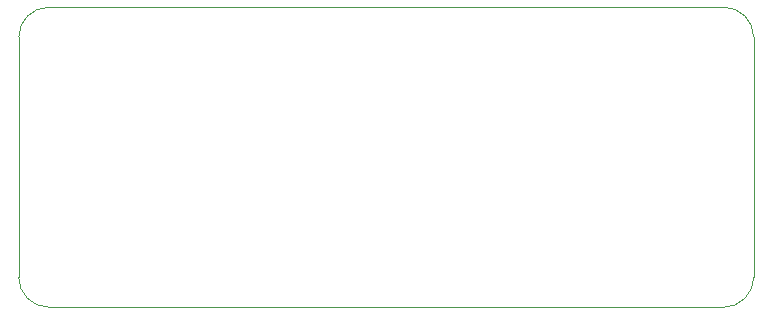
<source format=gbr>
G04 #@! TF.GenerationSoftware,KiCad,Pcbnew,(5.1.2)-2*
G04 #@! TF.CreationDate,2019-10-21T22:22:42-05:00*
G04 #@! TF.ProjectId,PowerBreakout,506f7765-7242-4726-9561-6b6f75742e6b,rev?*
G04 #@! TF.SameCoordinates,Original*
G04 #@! TF.FileFunction,Profile,NP*
%FSLAX46Y46*%
G04 Gerber Fmt 4.6, Leading zero omitted, Abs format (unit mm)*
G04 Created by KiCad (PCBNEW (5.1.2)-2) date 2019-10-21 22:22:42*
%MOMM*%
%LPD*%
G04 APERTURE LIST*
%ADD10C,0.050000*%
G04 APERTURE END LIST*
D10*
X173990000Y-58420000D02*
G75*
G02X176530000Y-60960000I0J-2540000D01*
G01*
X176530000Y-81280000D02*
G75*
G02X173990000Y-83820000I-2540000J0D01*
G01*
X116840000Y-83820000D02*
G75*
G02X114300000Y-81280000I0J2540000D01*
G01*
X114300000Y-60960000D02*
G75*
G02X116840000Y-58420000I2540000J0D01*
G01*
X114300000Y-81280000D02*
X114300000Y-60960000D01*
X173990000Y-83820000D02*
X116840000Y-83820000D01*
X176530000Y-60960000D02*
X176530000Y-81280000D01*
X116840000Y-58420000D02*
X173990000Y-58420000D01*
M02*

</source>
